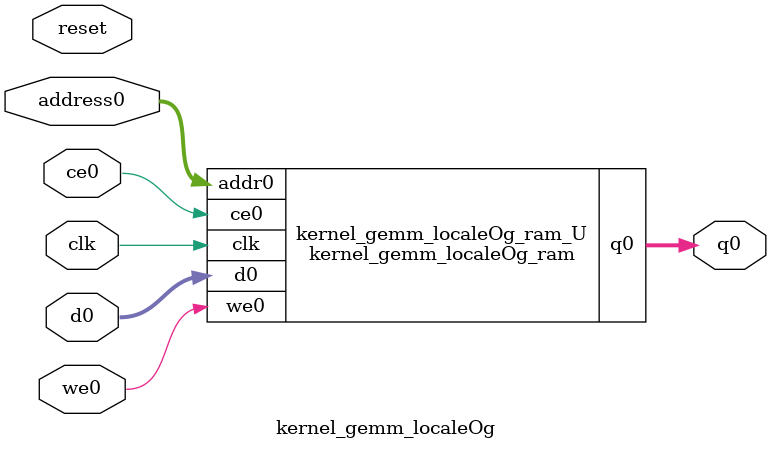
<source format=v>
`timescale 1 ns / 1 ps
module kernel_gemm_localeOg_ram (addr0, ce0, d0, we0, q0,  clk);

parameter DWIDTH = 32;
parameter AWIDTH = 7;
parameter MEM_SIZE = 128;

input[AWIDTH-1:0] addr0;
input ce0;
input[DWIDTH-1:0] d0;
input we0;
output reg[DWIDTH-1:0] q0;
input clk;

(* ram_style = "block" *)reg [DWIDTH-1:0] ram[0:MEM_SIZE-1];




always @(posedge clk)  
begin 
    if (ce0) begin
        if (we0) 
            ram[addr0] <= d0; 
        q0 <= ram[addr0];
    end
end


endmodule

`timescale 1 ns / 1 ps
module kernel_gemm_localeOg(
    reset,
    clk,
    address0,
    ce0,
    we0,
    d0,
    q0);

parameter DataWidth = 32'd32;
parameter AddressRange = 32'd128;
parameter AddressWidth = 32'd7;
input reset;
input clk;
input[AddressWidth - 1:0] address0;
input ce0;
input we0;
input[DataWidth - 1:0] d0;
output[DataWidth - 1:0] q0;



kernel_gemm_localeOg_ram kernel_gemm_localeOg_ram_U(
    .clk( clk ),
    .addr0( address0 ),
    .ce0( ce0 ),
    .we0( we0 ),
    .d0( d0 ),
    .q0( q0 ));

endmodule


</source>
